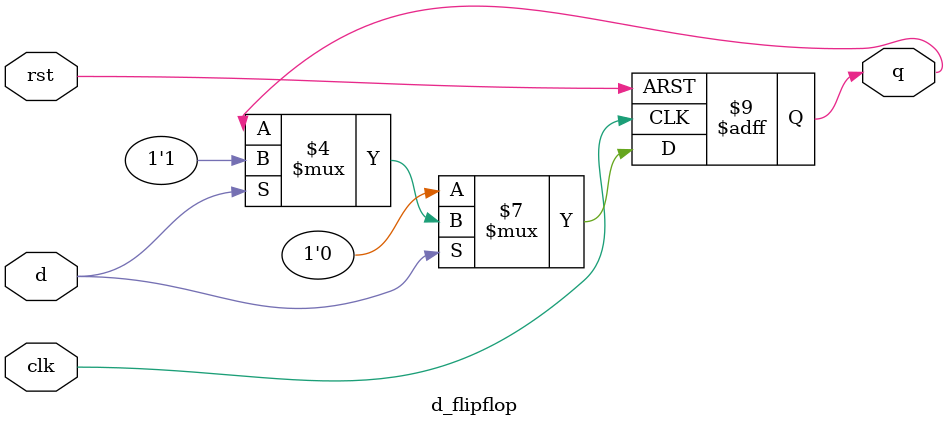
<source format=v>
module d_flipflop(d,clk,rst,q);
input clk,rst,d;
output q;
reg q;
always @(posedge clk  or posedge rst)
begin 
if(rst)
q<=1'b0;
else begin
if(d==1'b0)
q<=1'b0;
else if(d==1'b1)
q<=1'b1;
end
end
endmodule



</source>
